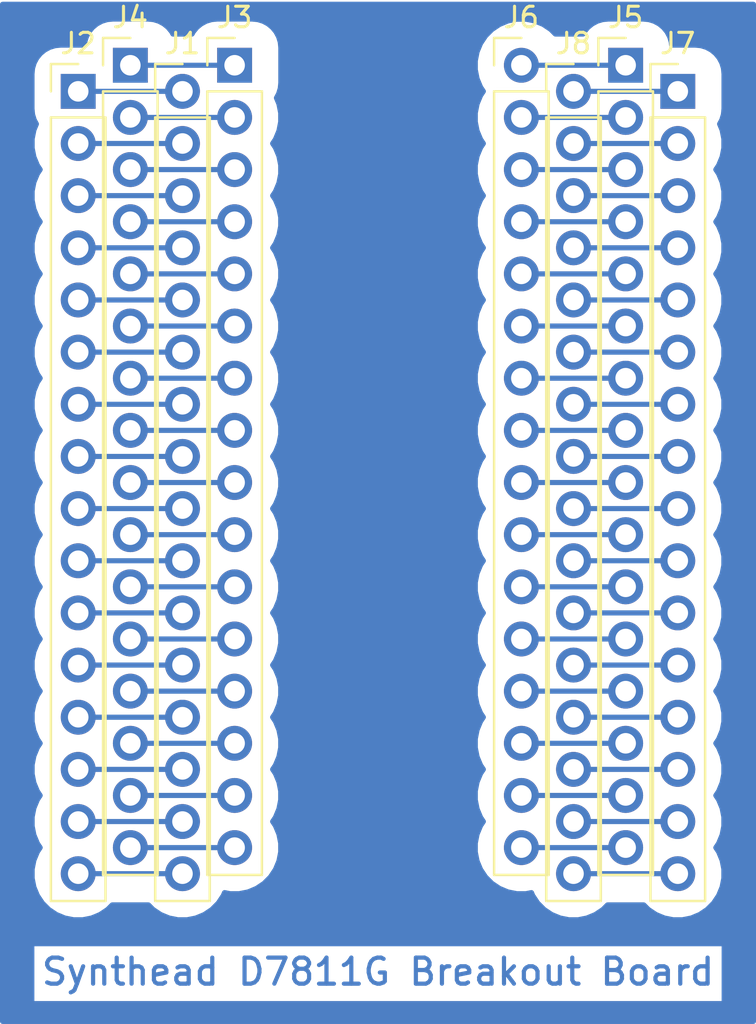
<source format=kicad_pcb>
(kicad_pcb (version 20171130) (host pcbnew 5.1.7)

  (general
    (thickness 1.6)
    (drawings 1)
    (tracks 64)
    (zones 0)
    (modules 8)
    (nets 65)
  )

  (page A4)
  (layers
    (0 F.Cu signal)
    (31 B.Cu signal)
    (32 B.Adhes user)
    (33 F.Adhes user)
    (34 B.Paste user)
    (35 F.Paste user)
    (36 B.SilkS user)
    (37 F.SilkS user)
    (38 B.Mask user)
    (39 F.Mask user)
    (40 Dwgs.User user)
    (41 Cmts.User user)
    (42 Eco1.User user)
    (43 Eco2.User user)
    (44 Edge.Cuts user)
    (45 Margin user)
    (46 B.CrtYd user)
    (47 F.CrtYd user)
    (48 B.Fab user)
    (49 F.Fab user hide)
  )

  (setup
    (last_trace_width 0.25)
    (trace_clearance 0.2)
    (zone_clearance 0.2794)
    (zone_45_only no)
    (trace_min 0.2)
    (via_size 0.8)
    (via_drill 0.3048)
    (via_min_size 0.4)
    (via_min_drill 0.3)
    (uvia_size 0.3)
    (uvia_drill 0.1)
    (uvias_allowed no)
    (uvia_min_size 0.2)
    (uvia_min_drill 0.1)
    (edge_width 0.05)
    (segment_width 0.2)
    (pcb_text_width 0.3)
    (pcb_text_size 1.5 1.5)
    (mod_edge_width 0.12)
    (mod_text_size 1 1)
    (mod_text_width 0.15)
    (pad_size 1.7 1.7)
    (pad_drill 1)
    (pad_to_mask_clearance 0)
    (aux_axis_origin 0 0)
    (visible_elements FFFFFF7F)
    (pcbplotparams
      (layerselection 0x010fc_ffffffff)
      (usegerberextensions false)
      (usegerberattributes true)
      (usegerberadvancedattributes true)
      (creategerberjobfile true)
      (excludeedgelayer true)
      (linewidth 0.100000)
      (plotframeref false)
      (viasonmask false)
      (mode 1)
      (useauxorigin false)
      (hpglpennumber 1)
      (hpglpenspeed 20)
      (hpglpendiameter 15.000000)
      (psnegative false)
      (psa4output false)
      (plotreference true)
      (plotvalue true)
      (plotinvisibletext false)
      (padsonsilk false)
      (subtractmaskfromsilk false)
      (outputformat 1)
      (mirror false)
      (drillshape 1)
      (scaleselection 1)
      (outputdirectory ""))
  )

  (net 0 "")
  (net 1 "Net-(J1-Pad1)")
  (net 2 "Net-(J1-Pad2)")
  (net 3 "Net-(J1-Pad3)")
  (net 4 "Net-(J1-Pad4)")
  (net 5 "Net-(J1-Pad5)")
  (net 6 "Net-(J1-Pad6)")
  (net 7 "Net-(J1-Pad7)")
  (net 8 "Net-(J1-Pad8)")
  (net 9 "Net-(J1-Pad9)")
  (net 10 "Net-(J1-Pad10)")
  (net 11 "Net-(J1-Pad11)")
  (net 12 "Net-(J1-Pad12)")
  (net 13 "Net-(J1-Pad13)")
  (net 14 "Net-(J1-Pad14)")
  (net 15 "Net-(J1-Pad15)")
  (net 16 "Net-(J1-Pad16)")
  (net 17 "Net-(J3-Pad1)")
  (net 18 "Net-(J3-Pad2)")
  (net 19 "Net-(J3-Pad3)")
  (net 20 "Net-(J3-Pad4)")
  (net 21 "Net-(J3-Pad5)")
  (net 22 "Net-(J3-Pad6)")
  (net 23 "Net-(J3-Pad7)")
  (net 24 "Net-(J3-Pad8)")
  (net 25 "Net-(J3-Pad9)")
  (net 26 "Net-(J3-Pad10)")
  (net 27 "Net-(J3-Pad11)")
  (net 28 "Net-(J3-Pad12)")
  (net 29 "Net-(J3-Pad13)")
  (net 30 "Net-(J3-Pad14)")
  (net 31 "Net-(J3-Pad15)")
  (net 32 "Net-(J3-Pad16)")
  (net 33 "Net-(J5-Pad1)")
  (net 34 "Net-(J5-Pad2)")
  (net 35 "Net-(J5-Pad3)")
  (net 36 "Net-(J5-Pad4)")
  (net 37 "Net-(J5-Pad5)")
  (net 38 "Net-(J5-Pad6)")
  (net 39 "Net-(J5-Pad7)")
  (net 40 "Net-(J5-Pad8)")
  (net 41 "Net-(J5-Pad9)")
  (net 42 "Net-(J5-Pad10)")
  (net 43 "Net-(J5-Pad11)")
  (net 44 "Net-(J5-Pad12)")
  (net 45 "Net-(J5-Pad13)")
  (net 46 "Net-(J5-Pad14)")
  (net 47 "Net-(J5-Pad15)")
  (net 48 "Net-(J5-Pad16)")
  (net 49 "Net-(J7-Pad1)")
  (net 50 "Net-(J7-Pad2)")
  (net 51 "Net-(J7-Pad3)")
  (net 52 "Net-(J7-Pad4)")
  (net 53 "Net-(J7-Pad5)")
  (net 54 "Net-(J7-Pad6)")
  (net 55 "Net-(J7-Pad7)")
  (net 56 "Net-(J7-Pad8)")
  (net 57 "Net-(J7-Pad9)")
  (net 58 "Net-(J7-Pad10)")
  (net 59 "Net-(J7-Pad11)")
  (net 60 "Net-(J7-Pad12)")
  (net 61 "Net-(J7-Pad13)")
  (net 62 "Net-(J7-Pad14)")
  (net 63 "Net-(J7-Pad15)")
  (net 64 "Net-(J7-Pad16)")

  (net_class Default "This is the default net class."
    (clearance 0.2)
    (trace_width 0.25)
    (via_dia 0.8)
    (via_drill 0.3048)
    (uvia_dia 0.3)
    (uvia_drill 0.1)
    (add_net "Net-(J1-Pad1)")
    (add_net "Net-(J1-Pad10)")
    (add_net "Net-(J1-Pad11)")
    (add_net "Net-(J1-Pad12)")
    (add_net "Net-(J1-Pad13)")
    (add_net "Net-(J1-Pad14)")
    (add_net "Net-(J1-Pad15)")
    (add_net "Net-(J1-Pad16)")
    (add_net "Net-(J1-Pad2)")
    (add_net "Net-(J1-Pad3)")
    (add_net "Net-(J1-Pad4)")
    (add_net "Net-(J1-Pad5)")
    (add_net "Net-(J1-Pad6)")
    (add_net "Net-(J1-Pad7)")
    (add_net "Net-(J1-Pad8)")
    (add_net "Net-(J1-Pad9)")
    (add_net "Net-(J3-Pad1)")
    (add_net "Net-(J3-Pad10)")
    (add_net "Net-(J3-Pad11)")
    (add_net "Net-(J3-Pad12)")
    (add_net "Net-(J3-Pad13)")
    (add_net "Net-(J3-Pad14)")
    (add_net "Net-(J3-Pad15)")
    (add_net "Net-(J3-Pad16)")
    (add_net "Net-(J3-Pad2)")
    (add_net "Net-(J3-Pad3)")
    (add_net "Net-(J3-Pad4)")
    (add_net "Net-(J3-Pad5)")
    (add_net "Net-(J3-Pad6)")
    (add_net "Net-(J3-Pad7)")
    (add_net "Net-(J3-Pad8)")
    (add_net "Net-(J3-Pad9)")
    (add_net "Net-(J5-Pad1)")
    (add_net "Net-(J5-Pad10)")
    (add_net "Net-(J5-Pad11)")
    (add_net "Net-(J5-Pad12)")
    (add_net "Net-(J5-Pad13)")
    (add_net "Net-(J5-Pad14)")
    (add_net "Net-(J5-Pad15)")
    (add_net "Net-(J5-Pad16)")
    (add_net "Net-(J5-Pad2)")
    (add_net "Net-(J5-Pad3)")
    (add_net "Net-(J5-Pad4)")
    (add_net "Net-(J5-Pad5)")
    (add_net "Net-(J5-Pad6)")
    (add_net "Net-(J5-Pad7)")
    (add_net "Net-(J5-Pad8)")
    (add_net "Net-(J5-Pad9)")
    (add_net "Net-(J7-Pad1)")
    (add_net "Net-(J7-Pad10)")
    (add_net "Net-(J7-Pad11)")
    (add_net "Net-(J7-Pad12)")
    (add_net "Net-(J7-Pad13)")
    (add_net "Net-(J7-Pad14)")
    (add_net "Net-(J7-Pad15)")
    (add_net "Net-(J7-Pad16)")
    (add_net "Net-(J7-Pad2)")
    (add_net "Net-(J7-Pad3)")
    (add_net "Net-(J7-Pad4)")
    (add_net "Net-(J7-Pad5)")
    (add_net "Net-(J7-Pad6)")
    (add_net "Net-(J7-Pad7)")
    (add_net "Net-(J7-Pad8)")
    (add_net "Net-(J7-Pad9)")
  )

  (module Connector_PinHeader_2.54mm:PinHeader_1x16_P2.54mm_Vertical (layer F.Cu) (tedit 5F8BAD26) (tstamp 5F8C42F0)
    (at 101.6 62.785)
    (descr "Through hole straight pin header, 1x16, 2.54mm pitch, single row")
    (tags "Through hole pin header THT 1x16 2.54mm single row")
    (path /5F9AE7F4)
    (fp_text reference J1 (at 0 -2.33) (layer F.SilkS)
      (effects (font (size 1 1) (thickness 0.15)))
    )
    (fp_text value Conn_01x16_Male (at 0 40.43) (layer F.Fab)
      (effects (font (size 1 1) (thickness 0.15)))
    )
    (fp_line (start -0.635 -1.27) (end 1.27 -1.27) (layer F.Fab) (width 0.1))
    (fp_line (start 1.27 -1.27) (end 1.27 39.37) (layer F.Fab) (width 0.1))
    (fp_line (start 1.27 39.37) (end -1.27 39.37) (layer F.Fab) (width 0.1))
    (fp_line (start -1.27 39.37) (end -1.27 -0.635) (layer F.Fab) (width 0.1))
    (fp_line (start -1.27 -0.635) (end -0.635 -1.27) (layer F.Fab) (width 0.1))
    (fp_line (start -1.33 39.43) (end 1.33 39.43) (layer F.SilkS) (width 0.12))
    (fp_line (start -1.33 1.27) (end -1.33 39.43) (layer F.SilkS) (width 0.12))
    (fp_line (start 1.33 1.27) (end 1.33 39.43) (layer F.SilkS) (width 0.12))
    (fp_line (start -1.33 1.27) (end 1.33 1.27) (layer F.SilkS) (width 0.12))
    (fp_line (start -1.33 0) (end -1.33 -1.33) (layer F.SilkS) (width 0.12))
    (fp_line (start -1.33 -1.33) (end 0 -1.33) (layer F.SilkS) (width 0.12))
    (fp_line (start -1.8 -1.8) (end -1.8 39.9) (layer F.CrtYd) (width 0.05))
    (fp_line (start -1.8 39.9) (end 1.8 39.9) (layer F.CrtYd) (width 0.05))
    (fp_line (start 1.8 39.9) (end 1.8 -1.8) (layer F.CrtYd) (width 0.05))
    (fp_line (start 1.8 -1.8) (end -1.8 -1.8) (layer F.CrtYd) (width 0.05))
    (fp_text user %R (at 0 19.05 90) (layer F.Fab)
      (effects (font (size 1 1) (thickness 0.15)))
    )
    (pad 1 thru_hole oval (at 0 0) (size 1.7 1.7) (drill 1) (layers *.Cu *.Mask)
      (net 1 "Net-(J1-Pad1)"))
    (pad 2 thru_hole oval (at 0 2.54) (size 1.7 1.7) (drill 1) (layers *.Cu *.Mask)
      (net 2 "Net-(J1-Pad2)"))
    (pad 3 thru_hole oval (at 0 5.08) (size 1.7 1.7) (drill 1) (layers *.Cu *.Mask)
      (net 3 "Net-(J1-Pad3)"))
    (pad 4 thru_hole oval (at 0 7.62) (size 1.7 1.7) (drill 1) (layers *.Cu *.Mask)
      (net 4 "Net-(J1-Pad4)"))
    (pad 5 thru_hole oval (at 0 10.16) (size 1.7 1.7) (drill 1) (layers *.Cu *.Mask)
      (net 5 "Net-(J1-Pad5)"))
    (pad 6 thru_hole oval (at 0 12.7) (size 1.7 1.7) (drill 1) (layers *.Cu *.Mask)
      (net 6 "Net-(J1-Pad6)"))
    (pad 7 thru_hole oval (at 0 15.24) (size 1.7 1.7) (drill 1) (layers *.Cu *.Mask)
      (net 7 "Net-(J1-Pad7)"))
    (pad 8 thru_hole oval (at 0 17.78) (size 1.7 1.7) (drill 1) (layers *.Cu *.Mask)
      (net 8 "Net-(J1-Pad8)"))
    (pad 9 thru_hole oval (at 0 20.32) (size 1.7 1.7) (drill 1) (layers *.Cu *.Mask)
      (net 9 "Net-(J1-Pad9)"))
    (pad 10 thru_hole oval (at 0 22.86) (size 1.7 1.7) (drill 1) (layers *.Cu *.Mask)
      (net 10 "Net-(J1-Pad10)"))
    (pad 11 thru_hole oval (at 0 25.4) (size 1.7 1.7) (drill 1) (layers *.Cu *.Mask)
      (net 11 "Net-(J1-Pad11)"))
    (pad 12 thru_hole oval (at 0 27.94) (size 1.7 1.7) (drill 1) (layers *.Cu *.Mask)
      (net 12 "Net-(J1-Pad12)"))
    (pad 13 thru_hole oval (at 0 30.48) (size 1.7 1.7) (drill 1) (layers *.Cu *.Mask)
      (net 13 "Net-(J1-Pad13)"))
    (pad 14 thru_hole oval (at 0 33.02) (size 1.7 1.7) (drill 1) (layers *.Cu *.Mask)
      (net 14 "Net-(J1-Pad14)"))
    (pad 15 thru_hole oval (at 0 35.56) (size 1.7 1.7) (drill 1) (layers *.Cu *.Mask)
      (net 15 "Net-(J1-Pad15)"))
    (pad 16 thru_hole oval (at 0 38.1) (size 1.7 1.7) (drill 1) (layers *.Cu *.Mask)
      (net 16 "Net-(J1-Pad16)"))
    (model ${KISYS3DMOD}/Connector_PinHeader_2.54mm.3dshapes/PinHeader_1x16_P2.54mm_Vertical.wrl
      (at (xyz 0 0 0))
      (scale (xyz 1 1 1))
      (rotate (xyz 0 0 0))
    )
  )

  (module Connector_PinHeader_2.54mm:PinHeader_1x16_P2.54mm_Vertical (layer F.Cu) (tedit 59FED5CC) (tstamp 5F8C4314)
    (at 96.52 62.785)
    (descr "Through hole straight pin header, 1x16, 2.54mm pitch, single row")
    (tags "Through hole pin header THT 1x16 2.54mm single row")
    (path /5F9AF95C)
    (fp_text reference J2 (at 0 -2.33) (layer F.SilkS)
      (effects (font (size 1 1) (thickness 0.15)))
    )
    (fp_text value Conn_01x16_Female (at 0 40.43) (layer F.Fab)
      (effects (font (size 1 1) (thickness 0.15)))
    )
    (fp_line (start 1.8 -1.8) (end -1.8 -1.8) (layer F.CrtYd) (width 0.05))
    (fp_line (start 1.8 39.9) (end 1.8 -1.8) (layer F.CrtYd) (width 0.05))
    (fp_line (start -1.8 39.9) (end 1.8 39.9) (layer F.CrtYd) (width 0.05))
    (fp_line (start -1.8 -1.8) (end -1.8 39.9) (layer F.CrtYd) (width 0.05))
    (fp_line (start -1.33 -1.33) (end 0 -1.33) (layer F.SilkS) (width 0.12))
    (fp_line (start -1.33 0) (end -1.33 -1.33) (layer F.SilkS) (width 0.12))
    (fp_line (start -1.33 1.27) (end 1.33 1.27) (layer F.SilkS) (width 0.12))
    (fp_line (start 1.33 1.27) (end 1.33 39.43) (layer F.SilkS) (width 0.12))
    (fp_line (start -1.33 1.27) (end -1.33 39.43) (layer F.SilkS) (width 0.12))
    (fp_line (start -1.33 39.43) (end 1.33 39.43) (layer F.SilkS) (width 0.12))
    (fp_line (start -1.27 -0.635) (end -0.635 -1.27) (layer F.Fab) (width 0.1))
    (fp_line (start -1.27 39.37) (end -1.27 -0.635) (layer F.Fab) (width 0.1))
    (fp_line (start 1.27 39.37) (end -1.27 39.37) (layer F.Fab) (width 0.1))
    (fp_line (start 1.27 -1.27) (end 1.27 39.37) (layer F.Fab) (width 0.1))
    (fp_line (start -0.635 -1.27) (end 1.27 -1.27) (layer F.Fab) (width 0.1))
    (fp_text user %R (at 0 19.05 90) (layer F.Fab)
      (effects (font (size 1 1) (thickness 0.15)))
    )
    (pad 16 thru_hole oval (at 0 38.1) (size 1.7 1.7) (drill 1) (layers *.Cu *.Mask)
      (net 16 "Net-(J1-Pad16)"))
    (pad 15 thru_hole oval (at 0 35.56) (size 1.7 1.7) (drill 1) (layers *.Cu *.Mask)
      (net 15 "Net-(J1-Pad15)"))
    (pad 14 thru_hole oval (at 0 33.02) (size 1.7 1.7) (drill 1) (layers *.Cu *.Mask)
      (net 14 "Net-(J1-Pad14)"))
    (pad 13 thru_hole oval (at 0 30.48) (size 1.7 1.7) (drill 1) (layers *.Cu *.Mask)
      (net 13 "Net-(J1-Pad13)"))
    (pad 12 thru_hole oval (at 0 27.94) (size 1.7 1.7) (drill 1) (layers *.Cu *.Mask)
      (net 12 "Net-(J1-Pad12)"))
    (pad 11 thru_hole oval (at 0 25.4) (size 1.7 1.7) (drill 1) (layers *.Cu *.Mask)
      (net 11 "Net-(J1-Pad11)"))
    (pad 10 thru_hole oval (at 0 22.86) (size 1.7 1.7) (drill 1) (layers *.Cu *.Mask)
      (net 10 "Net-(J1-Pad10)"))
    (pad 9 thru_hole oval (at 0 20.32) (size 1.7 1.7) (drill 1) (layers *.Cu *.Mask)
      (net 9 "Net-(J1-Pad9)"))
    (pad 8 thru_hole oval (at 0 17.78) (size 1.7 1.7) (drill 1) (layers *.Cu *.Mask)
      (net 8 "Net-(J1-Pad8)"))
    (pad 7 thru_hole oval (at 0 15.24) (size 1.7 1.7) (drill 1) (layers *.Cu *.Mask)
      (net 7 "Net-(J1-Pad7)"))
    (pad 6 thru_hole oval (at 0 12.7) (size 1.7 1.7) (drill 1) (layers *.Cu *.Mask)
      (net 6 "Net-(J1-Pad6)"))
    (pad 5 thru_hole oval (at 0 10.16) (size 1.7 1.7) (drill 1) (layers *.Cu *.Mask)
      (net 5 "Net-(J1-Pad5)"))
    (pad 4 thru_hole oval (at 0 7.62) (size 1.7 1.7) (drill 1) (layers *.Cu *.Mask)
      (net 4 "Net-(J1-Pad4)"))
    (pad 3 thru_hole oval (at 0 5.08) (size 1.7 1.7) (drill 1) (layers *.Cu *.Mask)
      (net 3 "Net-(J1-Pad3)"))
    (pad 2 thru_hole oval (at 0 2.54) (size 1.7 1.7) (drill 1) (layers *.Cu *.Mask)
      (net 2 "Net-(J1-Pad2)"))
    (pad 1 thru_hole rect (at 0 0) (size 1.7 1.7) (drill 1) (layers *.Cu *.Mask)
      (net 1 "Net-(J1-Pad1)"))
    (model ${KISYS3DMOD}/Connector_PinHeader_2.54mm.3dshapes/PinHeader_1x16_P2.54mm_Vertical.wrl
      (at (xyz 0 0 0))
      (scale (xyz 1 1 1))
      (rotate (xyz 0 0 0))
    )
  )

  (module Connector_PinHeader_2.54mm:PinHeader_1x16_P2.54mm_Vertical (layer F.Cu) (tedit 59FED5CC) (tstamp 5F8C4338)
    (at 104.14 61.515)
    (descr "Through hole straight pin header, 1x16, 2.54mm pitch, single row")
    (tags "Through hole pin header THT 1x16 2.54mm single row")
    (path /5F9B5376)
    (fp_text reference J3 (at 0 -2.33) (layer F.SilkS)
      (effects (font (size 1 1) (thickness 0.15)))
    )
    (fp_text value Conn_01x16_Male (at 0 40.43) (layer F.Fab)
      (effects (font (size 1 1) (thickness 0.15)))
    )
    (fp_line (start -0.635 -1.27) (end 1.27 -1.27) (layer F.Fab) (width 0.1))
    (fp_line (start 1.27 -1.27) (end 1.27 39.37) (layer F.Fab) (width 0.1))
    (fp_line (start 1.27 39.37) (end -1.27 39.37) (layer F.Fab) (width 0.1))
    (fp_line (start -1.27 39.37) (end -1.27 -0.635) (layer F.Fab) (width 0.1))
    (fp_line (start -1.27 -0.635) (end -0.635 -1.27) (layer F.Fab) (width 0.1))
    (fp_line (start -1.33 39.43) (end 1.33 39.43) (layer F.SilkS) (width 0.12))
    (fp_line (start -1.33 1.27) (end -1.33 39.43) (layer F.SilkS) (width 0.12))
    (fp_line (start 1.33 1.27) (end 1.33 39.43) (layer F.SilkS) (width 0.12))
    (fp_line (start -1.33 1.27) (end 1.33 1.27) (layer F.SilkS) (width 0.12))
    (fp_line (start -1.33 0) (end -1.33 -1.33) (layer F.SilkS) (width 0.12))
    (fp_line (start -1.33 -1.33) (end 0 -1.33) (layer F.SilkS) (width 0.12))
    (fp_line (start -1.8 -1.8) (end -1.8 39.9) (layer F.CrtYd) (width 0.05))
    (fp_line (start -1.8 39.9) (end 1.8 39.9) (layer F.CrtYd) (width 0.05))
    (fp_line (start 1.8 39.9) (end 1.8 -1.8) (layer F.CrtYd) (width 0.05))
    (fp_line (start 1.8 -1.8) (end -1.8 -1.8) (layer F.CrtYd) (width 0.05))
    (fp_text user %R (at 0 19.05 90) (layer F.Fab)
      (effects (font (size 1 1) (thickness 0.15)))
    )
    (pad 1 thru_hole rect (at 0 0) (size 1.7 1.7) (drill 1) (layers *.Cu *.Mask)
      (net 17 "Net-(J3-Pad1)"))
    (pad 2 thru_hole oval (at 0 2.54) (size 1.7 1.7) (drill 1) (layers *.Cu *.Mask)
      (net 18 "Net-(J3-Pad2)"))
    (pad 3 thru_hole oval (at 0 5.08) (size 1.7 1.7) (drill 1) (layers *.Cu *.Mask)
      (net 19 "Net-(J3-Pad3)"))
    (pad 4 thru_hole oval (at 0 7.62) (size 1.7 1.7) (drill 1) (layers *.Cu *.Mask)
      (net 20 "Net-(J3-Pad4)"))
    (pad 5 thru_hole oval (at 0 10.16) (size 1.7 1.7) (drill 1) (layers *.Cu *.Mask)
      (net 21 "Net-(J3-Pad5)"))
    (pad 6 thru_hole oval (at 0 12.7) (size 1.7 1.7) (drill 1) (layers *.Cu *.Mask)
      (net 22 "Net-(J3-Pad6)"))
    (pad 7 thru_hole oval (at 0 15.24) (size 1.7 1.7) (drill 1) (layers *.Cu *.Mask)
      (net 23 "Net-(J3-Pad7)"))
    (pad 8 thru_hole oval (at 0 17.78) (size 1.7 1.7) (drill 1) (layers *.Cu *.Mask)
      (net 24 "Net-(J3-Pad8)"))
    (pad 9 thru_hole oval (at 0 20.32) (size 1.7 1.7) (drill 1) (layers *.Cu *.Mask)
      (net 25 "Net-(J3-Pad9)"))
    (pad 10 thru_hole oval (at 0 22.86) (size 1.7 1.7) (drill 1) (layers *.Cu *.Mask)
      (net 26 "Net-(J3-Pad10)"))
    (pad 11 thru_hole oval (at 0 25.4) (size 1.7 1.7) (drill 1) (layers *.Cu *.Mask)
      (net 27 "Net-(J3-Pad11)"))
    (pad 12 thru_hole oval (at 0 27.94) (size 1.7 1.7) (drill 1) (layers *.Cu *.Mask)
      (net 28 "Net-(J3-Pad12)"))
    (pad 13 thru_hole oval (at 0 30.48) (size 1.7 1.7) (drill 1) (layers *.Cu *.Mask)
      (net 29 "Net-(J3-Pad13)"))
    (pad 14 thru_hole oval (at 0 33.02) (size 1.7 1.7) (drill 1) (layers *.Cu *.Mask)
      (net 30 "Net-(J3-Pad14)"))
    (pad 15 thru_hole oval (at 0 35.56) (size 1.7 1.7) (drill 1) (layers *.Cu *.Mask)
      (net 31 "Net-(J3-Pad15)"))
    (pad 16 thru_hole oval (at 0 38.1) (size 1.7 1.7) (drill 1) (layers *.Cu *.Mask)
      (net 32 "Net-(J3-Pad16)"))
    (model ${KISYS3DMOD}/Connector_PinHeader_2.54mm.3dshapes/PinHeader_1x16_P2.54mm_Vertical.wrl
      (at (xyz 0 0 0))
      (scale (xyz 1 1 1))
      (rotate (xyz 0 0 0))
    )
  )

  (module Connector_PinHeader_2.54mm:PinHeader_1x16_P2.54mm_Vertical (layer F.Cu) (tedit 59FED5CC) (tstamp 5F8C435C)
    (at 99.06 61.515)
    (descr "Through hole straight pin header, 1x16, 2.54mm pitch, single row")
    (tags "Through hole pin header THT 1x16 2.54mm single row")
    (path /5F9B5380)
    (fp_text reference J4 (at 0 -2.33) (layer F.SilkS)
      (effects (font (size 1 1) (thickness 0.15)))
    )
    (fp_text value Conn_01x16_Female (at 0 40.43) (layer F.Fab)
      (effects (font (size 1 1) (thickness 0.15)))
    )
    (fp_line (start 1.8 -1.8) (end -1.8 -1.8) (layer F.CrtYd) (width 0.05))
    (fp_line (start 1.8 39.9) (end 1.8 -1.8) (layer F.CrtYd) (width 0.05))
    (fp_line (start -1.8 39.9) (end 1.8 39.9) (layer F.CrtYd) (width 0.05))
    (fp_line (start -1.8 -1.8) (end -1.8 39.9) (layer F.CrtYd) (width 0.05))
    (fp_line (start -1.33 -1.33) (end 0 -1.33) (layer F.SilkS) (width 0.12))
    (fp_line (start -1.33 0) (end -1.33 -1.33) (layer F.SilkS) (width 0.12))
    (fp_line (start -1.33 1.27) (end 1.33 1.27) (layer F.SilkS) (width 0.12))
    (fp_line (start 1.33 1.27) (end 1.33 39.43) (layer F.SilkS) (width 0.12))
    (fp_line (start -1.33 1.27) (end -1.33 39.43) (layer F.SilkS) (width 0.12))
    (fp_line (start -1.33 39.43) (end 1.33 39.43) (layer F.SilkS) (width 0.12))
    (fp_line (start -1.27 -0.635) (end -0.635 -1.27) (layer F.Fab) (width 0.1))
    (fp_line (start -1.27 39.37) (end -1.27 -0.635) (layer F.Fab) (width 0.1))
    (fp_line (start 1.27 39.37) (end -1.27 39.37) (layer F.Fab) (width 0.1))
    (fp_line (start 1.27 -1.27) (end 1.27 39.37) (layer F.Fab) (width 0.1))
    (fp_line (start -0.635 -1.27) (end 1.27 -1.27) (layer F.Fab) (width 0.1))
    (fp_text user %R (at 0 19.05 90) (layer F.Fab)
      (effects (font (size 1 1) (thickness 0.15)))
    )
    (pad 16 thru_hole oval (at 0 38.1) (size 1.7 1.7) (drill 1) (layers *.Cu *.Mask)
      (net 32 "Net-(J3-Pad16)"))
    (pad 15 thru_hole oval (at 0 35.56) (size 1.7 1.7) (drill 1) (layers *.Cu *.Mask)
      (net 31 "Net-(J3-Pad15)"))
    (pad 14 thru_hole oval (at 0 33.02) (size 1.7 1.7) (drill 1) (layers *.Cu *.Mask)
      (net 30 "Net-(J3-Pad14)"))
    (pad 13 thru_hole oval (at 0 30.48) (size 1.7 1.7) (drill 1) (layers *.Cu *.Mask)
      (net 29 "Net-(J3-Pad13)"))
    (pad 12 thru_hole oval (at 0 27.94) (size 1.7 1.7) (drill 1) (layers *.Cu *.Mask)
      (net 28 "Net-(J3-Pad12)"))
    (pad 11 thru_hole oval (at 0 25.4) (size 1.7 1.7) (drill 1) (layers *.Cu *.Mask)
      (net 27 "Net-(J3-Pad11)"))
    (pad 10 thru_hole oval (at 0 22.86) (size 1.7 1.7) (drill 1) (layers *.Cu *.Mask)
      (net 26 "Net-(J3-Pad10)"))
    (pad 9 thru_hole oval (at 0 20.32) (size 1.7 1.7) (drill 1) (layers *.Cu *.Mask)
      (net 25 "Net-(J3-Pad9)"))
    (pad 8 thru_hole oval (at 0 17.78) (size 1.7 1.7) (drill 1) (layers *.Cu *.Mask)
      (net 24 "Net-(J3-Pad8)"))
    (pad 7 thru_hole oval (at 0 15.24) (size 1.7 1.7) (drill 1) (layers *.Cu *.Mask)
      (net 23 "Net-(J3-Pad7)"))
    (pad 6 thru_hole oval (at 0 12.7) (size 1.7 1.7) (drill 1) (layers *.Cu *.Mask)
      (net 22 "Net-(J3-Pad6)"))
    (pad 5 thru_hole oval (at 0 10.16) (size 1.7 1.7) (drill 1) (layers *.Cu *.Mask)
      (net 21 "Net-(J3-Pad5)"))
    (pad 4 thru_hole oval (at 0 7.62) (size 1.7 1.7) (drill 1) (layers *.Cu *.Mask)
      (net 20 "Net-(J3-Pad4)"))
    (pad 3 thru_hole oval (at 0 5.08) (size 1.7 1.7) (drill 1) (layers *.Cu *.Mask)
      (net 19 "Net-(J3-Pad3)"))
    (pad 2 thru_hole oval (at 0 2.54) (size 1.7 1.7) (drill 1) (layers *.Cu *.Mask)
      (net 18 "Net-(J3-Pad2)"))
    (pad 1 thru_hole rect (at 0 0) (size 1.7 1.7) (drill 1) (layers *.Cu *.Mask)
      (net 17 "Net-(J3-Pad1)"))
    (model ${KISYS3DMOD}/Connector_PinHeader_2.54mm.3dshapes/PinHeader_1x16_P2.54mm_Vertical.wrl
      (at (xyz 0 0 0))
      (scale (xyz 1 1 1))
      (rotate (xyz 0 0 0))
    )
  )

  (module Connector_PinHeader_2.54mm:PinHeader_1x16_P2.54mm_Vertical (layer F.Cu) (tedit 59FED5CC) (tstamp 5F8C4380)
    (at 123.19 61.515)
    (descr "Through hole straight pin header, 1x16, 2.54mm pitch, single row")
    (tags "Through hole pin header THT 1x16 2.54mm single row")
    (path /5F9B7EB0)
    (fp_text reference J5 (at 0 -2.33) (layer F.SilkS)
      (effects (font (size 1 1) (thickness 0.15)))
    )
    (fp_text value Conn_01x16_Male (at 0 40.43) (layer F.Fab)
      (effects (font (size 1 1) (thickness 0.15)))
    )
    (fp_line (start -0.635 -1.27) (end 1.27 -1.27) (layer F.Fab) (width 0.1))
    (fp_line (start 1.27 -1.27) (end 1.27 39.37) (layer F.Fab) (width 0.1))
    (fp_line (start 1.27 39.37) (end -1.27 39.37) (layer F.Fab) (width 0.1))
    (fp_line (start -1.27 39.37) (end -1.27 -0.635) (layer F.Fab) (width 0.1))
    (fp_line (start -1.27 -0.635) (end -0.635 -1.27) (layer F.Fab) (width 0.1))
    (fp_line (start -1.33 39.43) (end 1.33 39.43) (layer F.SilkS) (width 0.12))
    (fp_line (start -1.33 1.27) (end -1.33 39.43) (layer F.SilkS) (width 0.12))
    (fp_line (start 1.33 1.27) (end 1.33 39.43) (layer F.SilkS) (width 0.12))
    (fp_line (start -1.33 1.27) (end 1.33 1.27) (layer F.SilkS) (width 0.12))
    (fp_line (start -1.33 0) (end -1.33 -1.33) (layer F.SilkS) (width 0.12))
    (fp_line (start -1.33 -1.33) (end 0 -1.33) (layer F.SilkS) (width 0.12))
    (fp_line (start -1.8 -1.8) (end -1.8 39.9) (layer F.CrtYd) (width 0.05))
    (fp_line (start -1.8 39.9) (end 1.8 39.9) (layer F.CrtYd) (width 0.05))
    (fp_line (start 1.8 39.9) (end 1.8 -1.8) (layer F.CrtYd) (width 0.05))
    (fp_line (start 1.8 -1.8) (end -1.8 -1.8) (layer F.CrtYd) (width 0.05))
    (fp_text user %R (at 0 19.05 90) (layer F.Fab)
      (effects (font (size 1 1) (thickness 0.15)))
    )
    (pad 1 thru_hole rect (at 0 0) (size 1.7 1.7) (drill 1) (layers *.Cu *.Mask)
      (net 33 "Net-(J5-Pad1)"))
    (pad 2 thru_hole oval (at 0 2.54) (size 1.7 1.7) (drill 1) (layers *.Cu *.Mask)
      (net 34 "Net-(J5-Pad2)"))
    (pad 3 thru_hole oval (at 0 5.08) (size 1.7 1.7) (drill 1) (layers *.Cu *.Mask)
      (net 35 "Net-(J5-Pad3)"))
    (pad 4 thru_hole oval (at 0 7.62) (size 1.7 1.7) (drill 1) (layers *.Cu *.Mask)
      (net 36 "Net-(J5-Pad4)"))
    (pad 5 thru_hole oval (at 0 10.16) (size 1.7 1.7) (drill 1) (layers *.Cu *.Mask)
      (net 37 "Net-(J5-Pad5)"))
    (pad 6 thru_hole oval (at 0 12.7) (size 1.7 1.7) (drill 1) (layers *.Cu *.Mask)
      (net 38 "Net-(J5-Pad6)"))
    (pad 7 thru_hole oval (at 0 15.24) (size 1.7 1.7) (drill 1) (layers *.Cu *.Mask)
      (net 39 "Net-(J5-Pad7)"))
    (pad 8 thru_hole oval (at 0 17.78) (size 1.7 1.7) (drill 1) (layers *.Cu *.Mask)
      (net 40 "Net-(J5-Pad8)"))
    (pad 9 thru_hole oval (at 0 20.32) (size 1.7 1.7) (drill 1) (layers *.Cu *.Mask)
      (net 41 "Net-(J5-Pad9)"))
    (pad 10 thru_hole oval (at 0 22.86) (size 1.7 1.7) (drill 1) (layers *.Cu *.Mask)
      (net 42 "Net-(J5-Pad10)"))
    (pad 11 thru_hole oval (at 0 25.4) (size 1.7 1.7) (drill 1) (layers *.Cu *.Mask)
      (net 43 "Net-(J5-Pad11)"))
    (pad 12 thru_hole oval (at 0 27.94) (size 1.7 1.7) (drill 1) (layers *.Cu *.Mask)
      (net 44 "Net-(J5-Pad12)"))
    (pad 13 thru_hole oval (at 0 30.48) (size 1.7 1.7) (drill 1) (layers *.Cu *.Mask)
      (net 45 "Net-(J5-Pad13)"))
    (pad 14 thru_hole oval (at 0 33.02) (size 1.7 1.7) (drill 1) (layers *.Cu *.Mask)
      (net 46 "Net-(J5-Pad14)"))
    (pad 15 thru_hole oval (at 0 35.56) (size 1.7 1.7) (drill 1) (layers *.Cu *.Mask)
      (net 47 "Net-(J5-Pad15)"))
    (pad 16 thru_hole oval (at 0 38.1) (size 1.7 1.7) (drill 1) (layers *.Cu *.Mask)
      (net 48 "Net-(J5-Pad16)"))
    (model ${KISYS3DMOD}/Connector_PinHeader_2.54mm.3dshapes/PinHeader_1x16_P2.54mm_Vertical.wrl
      (at (xyz 0 0 0))
      (scale (xyz 1 1 1))
      (rotate (xyz 0 0 0))
    )
  )

  (module Connector_PinHeader_2.54mm:PinHeader_1x16_P2.54mm_Vertical (layer F.Cu) (tedit 5F8BAD2E) (tstamp 5F8C43A4)
    (at 118.11 61.515)
    (descr "Through hole straight pin header, 1x16, 2.54mm pitch, single row")
    (tags "Through hole pin header THT 1x16 2.54mm single row")
    (path /5F9B7F20)
    (fp_text reference J6 (at 0 -2.33) (layer F.SilkS)
      (effects (font (size 1 1) (thickness 0.15)))
    )
    (fp_text value Conn_01x16_Female (at 0 40.43) (layer F.Fab)
      (effects (font (size 1 1) (thickness 0.15)))
    )
    (fp_line (start 1.8 -1.8) (end -1.8 -1.8) (layer F.CrtYd) (width 0.05))
    (fp_line (start 1.8 39.9) (end 1.8 -1.8) (layer F.CrtYd) (width 0.05))
    (fp_line (start -1.8 39.9) (end 1.8 39.9) (layer F.CrtYd) (width 0.05))
    (fp_line (start -1.8 -1.8) (end -1.8 39.9) (layer F.CrtYd) (width 0.05))
    (fp_line (start -1.33 -1.33) (end 0 -1.33) (layer F.SilkS) (width 0.12))
    (fp_line (start -1.33 0) (end -1.33 -1.33) (layer F.SilkS) (width 0.12))
    (fp_line (start -1.33 1.27) (end 1.33 1.27) (layer F.SilkS) (width 0.12))
    (fp_line (start 1.33 1.27) (end 1.33 39.43) (layer F.SilkS) (width 0.12))
    (fp_line (start -1.33 1.27) (end -1.33 39.43) (layer F.SilkS) (width 0.12))
    (fp_line (start -1.33 39.43) (end 1.33 39.43) (layer F.SilkS) (width 0.12))
    (fp_line (start -1.27 -0.635) (end -0.635 -1.27) (layer F.Fab) (width 0.1))
    (fp_line (start -1.27 39.37) (end -1.27 -0.635) (layer F.Fab) (width 0.1))
    (fp_line (start 1.27 39.37) (end -1.27 39.37) (layer F.Fab) (width 0.1))
    (fp_line (start 1.27 -1.27) (end 1.27 39.37) (layer F.Fab) (width 0.1))
    (fp_line (start -0.635 -1.27) (end 1.27 -1.27) (layer F.Fab) (width 0.1))
    (fp_text user %R (at 0 19.05 90) (layer F.Fab)
      (effects (font (size 1 1) (thickness 0.15)))
    )
    (pad 16 thru_hole oval (at 0 38.1) (size 1.7 1.7) (drill 1) (layers *.Cu *.Mask)
      (net 48 "Net-(J5-Pad16)"))
    (pad 15 thru_hole oval (at 0 35.56) (size 1.7 1.7) (drill 1) (layers *.Cu *.Mask)
      (net 47 "Net-(J5-Pad15)"))
    (pad 14 thru_hole oval (at 0 33.02) (size 1.7 1.7) (drill 1) (layers *.Cu *.Mask)
      (net 46 "Net-(J5-Pad14)"))
    (pad 13 thru_hole oval (at 0 30.48) (size 1.7 1.7) (drill 1) (layers *.Cu *.Mask)
      (net 45 "Net-(J5-Pad13)"))
    (pad 12 thru_hole oval (at 0 27.94) (size 1.7 1.7) (drill 1) (layers *.Cu *.Mask)
      (net 44 "Net-(J5-Pad12)"))
    (pad 11 thru_hole oval (at 0 25.4) (size 1.7 1.7) (drill 1) (layers *.Cu *.Mask)
      (net 43 "Net-(J5-Pad11)"))
    (pad 10 thru_hole oval (at 0 22.86) (size 1.7 1.7) (drill 1) (layers *.Cu *.Mask)
      (net 42 "Net-(J5-Pad10)"))
    (pad 9 thru_hole oval (at 0 20.32) (size 1.7 1.7) (drill 1) (layers *.Cu *.Mask)
      (net 41 "Net-(J5-Pad9)"))
    (pad 8 thru_hole oval (at 0 17.78) (size 1.7 1.7) (drill 1) (layers *.Cu *.Mask)
      (net 40 "Net-(J5-Pad8)"))
    (pad 7 thru_hole oval (at 0 15.24) (size 1.7 1.7) (drill 1) (layers *.Cu *.Mask)
      (net 39 "Net-(J5-Pad7)"))
    (pad 6 thru_hole oval (at 0 12.7) (size 1.7 1.7) (drill 1) (layers *.Cu *.Mask)
      (net 38 "Net-(J5-Pad6)"))
    (pad 5 thru_hole oval (at 0 10.16) (size 1.7 1.7) (drill 1) (layers *.Cu *.Mask)
      (net 37 "Net-(J5-Pad5)"))
    (pad 4 thru_hole oval (at 0 7.62) (size 1.7 1.7) (drill 1) (layers *.Cu *.Mask)
      (net 36 "Net-(J5-Pad4)"))
    (pad 3 thru_hole oval (at 0 5.08) (size 1.7 1.7) (drill 1) (layers *.Cu *.Mask)
      (net 35 "Net-(J5-Pad3)"))
    (pad 2 thru_hole oval (at 0 2.54) (size 1.7 1.7) (drill 1) (layers *.Cu *.Mask)
      (net 34 "Net-(J5-Pad2)"))
    (pad 1 thru_hole oval (at 0 0) (size 1.7 1.7) (drill 1) (layers *.Cu *.Mask)
      (net 33 "Net-(J5-Pad1)"))
    (model ${KISYS3DMOD}/Connector_PinHeader_2.54mm.3dshapes/PinHeader_1x16_P2.54mm_Vertical.wrl
      (at (xyz 0 0 0))
      (scale (xyz 1 1 1))
      (rotate (xyz 0 0 0))
    )
  )

  (module Connector_PinHeader_2.54mm:PinHeader_1x16_P2.54mm_Vertical (layer F.Cu) (tedit 59FED5CC) (tstamp 5F8C49B4)
    (at 125.73 62.785)
    (descr "Through hole straight pin header, 1x16, 2.54mm pitch, single row")
    (tags "Through hole pin header THT 1x16 2.54mm single row")
    (path /5F9B7F2A)
    (fp_text reference J7 (at 0 -2.33) (layer F.SilkS)
      (effects (font (size 1 1) (thickness 0.15)))
    )
    (fp_text value Conn_01x16_Male (at 0 40.43) (layer F.Fab)
      (effects (font (size 1 1) (thickness 0.15)))
    )
    (fp_line (start -0.635 -1.27) (end 1.27 -1.27) (layer F.Fab) (width 0.1))
    (fp_line (start 1.27 -1.27) (end 1.27 39.37) (layer F.Fab) (width 0.1))
    (fp_line (start 1.27 39.37) (end -1.27 39.37) (layer F.Fab) (width 0.1))
    (fp_line (start -1.27 39.37) (end -1.27 -0.635) (layer F.Fab) (width 0.1))
    (fp_line (start -1.27 -0.635) (end -0.635 -1.27) (layer F.Fab) (width 0.1))
    (fp_line (start -1.33 39.43) (end 1.33 39.43) (layer F.SilkS) (width 0.12))
    (fp_line (start -1.33 1.27) (end -1.33 39.43) (layer F.SilkS) (width 0.12))
    (fp_line (start 1.33 1.27) (end 1.33 39.43) (layer F.SilkS) (width 0.12))
    (fp_line (start -1.33 1.27) (end 1.33 1.27) (layer F.SilkS) (width 0.12))
    (fp_line (start -1.33 0) (end -1.33 -1.33) (layer F.SilkS) (width 0.12))
    (fp_line (start -1.33 -1.33) (end 0 -1.33) (layer F.SilkS) (width 0.12))
    (fp_line (start -1.8 -1.8) (end -1.8 39.9) (layer F.CrtYd) (width 0.05))
    (fp_line (start -1.8 39.9) (end 1.8 39.9) (layer F.CrtYd) (width 0.05))
    (fp_line (start 1.8 39.9) (end 1.8 -1.8) (layer F.CrtYd) (width 0.05))
    (fp_line (start 1.8 -1.8) (end -1.8 -1.8) (layer F.CrtYd) (width 0.05))
    (fp_text user %R (at 0 19.05 90) (layer F.Fab)
      (effects (font (size 1 1) (thickness 0.15)))
    )
    (pad 1 thru_hole rect (at 0 0) (size 1.7 1.7) (drill 1) (layers *.Cu *.Mask)
      (net 49 "Net-(J7-Pad1)"))
    (pad 2 thru_hole oval (at 0 2.54) (size 1.7 1.7) (drill 1) (layers *.Cu *.Mask)
      (net 50 "Net-(J7-Pad2)"))
    (pad 3 thru_hole oval (at 0 5.08) (size 1.7 1.7) (drill 1) (layers *.Cu *.Mask)
      (net 51 "Net-(J7-Pad3)"))
    (pad 4 thru_hole oval (at 0 7.62) (size 1.7 1.7) (drill 1) (layers *.Cu *.Mask)
      (net 52 "Net-(J7-Pad4)"))
    (pad 5 thru_hole oval (at 0 10.16) (size 1.7 1.7) (drill 1) (layers *.Cu *.Mask)
      (net 53 "Net-(J7-Pad5)"))
    (pad 6 thru_hole oval (at 0 12.7) (size 1.7 1.7) (drill 1) (layers *.Cu *.Mask)
      (net 54 "Net-(J7-Pad6)"))
    (pad 7 thru_hole oval (at 0 15.24) (size 1.7 1.7) (drill 1) (layers *.Cu *.Mask)
      (net 55 "Net-(J7-Pad7)"))
    (pad 8 thru_hole oval (at 0 17.78) (size 1.7 1.7) (drill 1) (layers *.Cu *.Mask)
      (net 56 "Net-(J7-Pad8)"))
    (pad 9 thru_hole oval (at 0 20.32) (size 1.7 1.7) (drill 1) (layers *.Cu *.Mask)
      (net 57 "Net-(J7-Pad9)"))
    (pad 10 thru_hole oval (at 0 22.86) (size 1.7 1.7) (drill 1) (layers *.Cu *.Mask)
      (net 58 "Net-(J7-Pad10)"))
    (pad 11 thru_hole oval (at 0 25.4) (size 1.7 1.7) (drill 1) (layers *.Cu *.Mask)
      (net 59 "Net-(J7-Pad11)"))
    (pad 12 thru_hole oval (at 0 27.94) (size 1.7 1.7) (drill 1) (layers *.Cu *.Mask)
      (net 60 "Net-(J7-Pad12)"))
    (pad 13 thru_hole oval (at 0 30.48) (size 1.7 1.7) (drill 1) (layers *.Cu *.Mask)
      (net 61 "Net-(J7-Pad13)"))
    (pad 14 thru_hole oval (at 0 33.02) (size 1.7 1.7) (drill 1) (layers *.Cu *.Mask)
      (net 62 "Net-(J7-Pad14)"))
    (pad 15 thru_hole oval (at 0 35.56) (size 1.7 1.7) (drill 1) (layers *.Cu *.Mask)
      (net 63 "Net-(J7-Pad15)"))
    (pad 16 thru_hole oval (at 0 38.1) (size 1.7 1.7) (drill 1) (layers *.Cu *.Mask)
      (net 64 "Net-(J7-Pad16)"))
    (model ${KISYS3DMOD}/Connector_PinHeader_2.54mm.3dshapes/PinHeader_1x16_P2.54mm_Vertical.wrl
      (at (xyz 0 0 0))
      (scale (xyz 1 1 1))
      (rotate (xyz 0 0 0))
    )
  )

  (module Connector_PinHeader_2.54mm:PinHeader_1x16_P2.54mm_Vertical (layer F.Cu) (tedit 5F8BAD38) (tstamp 5F8C43EC)
    (at 120.65 62.785)
    (descr "Through hole straight pin header, 1x16, 2.54mm pitch, single row")
    (tags "Through hole pin header THT 1x16 2.54mm single row")
    (path /5F9B7F34)
    (fp_text reference J8 (at 0 -2.33) (layer F.SilkS)
      (effects (font (size 1 1) (thickness 0.15)))
    )
    (fp_text value Conn_01x16_Female (at 0 40.43) (layer F.Fab)
      (effects (font (size 1 1) (thickness 0.15)))
    )
    (fp_line (start 1.8 -1.8) (end -1.8 -1.8) (layer F.CrtYd) (width 0.05))
    (fp_line (start 1.8 39.9) (end 1.8 -1.8) (layer F.CrtYd) (width 0.05))
    (fp_line (start -1.8 39.9) (end 1.8 39.9) (layer F.CrtYd) (width 0.05))
    (fp_line (start -1.8 -1.8) (end -1.8 39.9) (layer F.CrtYd) (width 0.05))
    (fp_line (start -1.33 -1.33) (end 0 -1.33) (layer F.SilkS) (width 0.12))
    (fp_line (start -1.33 0) (end -1.33 -1.33) (layer F.SilkS) (width 0.12))
    (fp_line (start -1.33 1.27) (end 1.33 1.27) (layer F.SilkS) (width 0.12))
    (fp_line (start 1.33 1.27) (end 1.33 39.43) (layer F.SilkS) (width 0.12))
    (fp_line (start -1.33 1.27) (end -1.33 39.43) (layer F.SilkS) (width 0.12))
    (fp_line (start -1.33 39.43) (end 1.33 39.43) (layer F.SilkS) (width 0.12))
    (fp_line (start -1.27 -0.635) (end -0.635 -1.27) (layer F.Fab) (width 0.1))
    (fp_line (start -1.27 39.37) (end -1.27 -0.635) (layer F.Fab) (width 0.1))
    (fp_line (start 1.27 39.37) (end -1.27 39.37) (layer F.Fab) (width 0.1))
    (fp_line (start 1.27 -1.27) (end 1.27 39.37) (layer F.Fab) (width 0.1))
    (fp_line (start -0.635 -1.27) (end 1.27 -1.27) (layer F.Fab) (width 0.1))
    (fp_text user %R (at 0 19.05 90) (layer F.Fab)
      (effects (font (size 1 1) (thickness 0.15)))
    )
    (pad 16 thru_hole oval (at 0 38.1) (size 1.7 1.7) (drill 1) (layers *.Cu *.Mask)
      (net 64 "Net-(J7-Pad16)"))
    (pad 15 thru_hole oval (at 0 35.56) (size 1.7 1.7) (drill 1) (layers *.Cu *.Mask)
      (net 63 "Net-(J7-Pad15)"))
    (pad 14 thru_hole oval (at 0 33.02) (size 1.7 1.7) (drill 1) (layers *.Cu *.Mask)
      (net 62 "Net-(J7-Pad14)"))
    (pad 13 thru_hole oval (at 0 30.48) (size 1.7 1.7) (drill 1) (layers *.Cu *.Mask)
      (net 61 "Net-(J7-Pad13)"))
    (pad 12 thru_hole oval (at 0 27.94) (size 1.7 1.7) (drill 1) (layers *.Cu *.Mask)
      (net 60 "Net-(J7-Pad12)"))
    (pad 11 thru_hole oval (at 0 25.4) (size 1.7 1.7) (drill 1) (layers *.Cu *.Mask)
      (net 59 "Net-(J7-Pad11)"))
    (pad 10 thru_hole oval (at 0 22.86) (size 1.7 1.7) (drill 1) (layers *.Cu *.Mask)
      (net 58 "Net-(J7-Pad10)"))
    (pad 9 thru_hole oval (at 0 20.32) (size 1.7 1.7) (drill 1) (layers *.Cu *.Mask)
      (net 57 "Net-(J7-Pad9)"))
    (pad 8 thru_hole oval (at 0 17.78) (size 1.7 1.7) (drill 1) (layers *.Cu *.Mask)
      (net 56 "Net-(J7-Pad8)"))
    (pad 7 thru_hole oval (at 0 15.24) (size 1.7 1.7) (drill 1) (layers *.Cu *.Mask)
      (net 55 "Net-(J7-Pad7)"))
    (pad 6 thru_hole oval (at 0 12.7) (size 1.7 1.7) (drill 1) (layers *.Cu *.Mask)
      (net 54 "Net-(J7-Pad6)"))
    (pad 5 thru_hole oval (at 0 10.16) (size 1.7 1.7) (drill 1) (layers *.Cu *.Mask)
      (net 53 "Net-(J7-Pad5)"))
    (pad 4 thru_hole oval (at 0 7.62) (size 1.7 1.7) (drill 1) (layers *.Cu *.Mask)
      (net 52 "Net-(J7-Pad4)"))
    (pad 3 thru_hole oval (at 0 5.08) (size 1.7 1.7) (drill 1) (layers *.Cu *.Mask)
      (net 51 "Net-(J7-Pad3)"))
    (pad 2 thru_hole oval (at 0 2.54) (size 1.7 1.7) (drill 1) (layers *.Cu *.Mask)
      (net 50 "Net-(J7-Pad2)"))
    (pad 1 thru_hole oval (at 0 0) (size 1.7 1.7) (drill 1) (layers *.Cu *.Mask)
      (net 49 "Net-(J7-Pad1)"))
    (model ${KISYS3DMOD}/Connector_PinHeader_2.54mm.3dshapes/PinHeader_1x16_P2.54mm_Vertical.wrl
      (at (xyz 0 0 0))
      (scale (xyz 1 1 1))
      (rotate (xyz 0 0 0))
    )
  )

  (gr_text "Synthead D7811G Breakout Board" (at 111.125 105.664) (layer B.Cu) (tstamp 5F9609D3)
    (effects (font (size 1.27 1.27) (thickness 0.2032)))
  )

  (segment (start 96.52 62.785) (end 101.6 62.785) (width 0.25) (layer B.Cu) (net 1))
  (segment (start 96.52 65.325) (end 101.6 65.325) (width 0.25) (layer B.Cu) (net 2))
  (segment (start 96.52 67.865) (end 101.6 67.865) (width 0.25) (layer B.Cu) (net 3))
  (segment (start 96.52 70.405) (end 101.6 70.405) (width 0.25) (layer B.Cu) (net 4))
  (segment (start 96.52 72.945) (end 101.6 72.945) (width 0.25) (layer B.Cu) (net 5))
  (segment (start 96.52 75.485) (end 101.6 75.485) (width 0.25) (layer B.Cu) (net 6))
  (segment (start 96.52 78.025) (end 101.6 78.025) (width 0.25) (layer B.Cu) (net 7))
  (segment (start 96.52 80.565) (end 101.6 80.565) (width 0.25) (layer B.Cu) (net 8))
  (segment (start 96.52 83.105) (end 101.6 83.105) (width 0.25) (layer B.Cu) (net 9))
  (segment (start 96.52 85.645) (end 101.6 85.645) (width 0.25) (layer B.Cu) (net 10))
  (segment (start 96.52 88.185) (end 101.6 88.185) (width 0.25) (layer B.Cu) (net 11))
  (segment (start 96.52 90.725) (end 101.6 90.725) (width 0.25) (layer B.Cu) (net 12))
  (segment (start 96.52 93.265) (end 101.6 93.265) (width 0.25) (layer B.Cu) (net 13))
  (segment (start 96.52 95.805) (end 101.6 95.805) (width 0.25) (layer B.Cu) (net 14))
  (segment (start 96.52 98.345) (end 101.6 98.345) (width 0.25) (layer B.Cu) (net 15))
  (segment (start 96.52 100.885) (end 101.6 100.885) (width 0.25) (layer B.Cu) (net 16))
  (segment (start 99.06 61.515) (end 104.14 61.515) (width 0.25) (layer B.Cu) (net 17))
  (segment (start 99.06 64.055) (end 104.14 64.055) (width 0.25) (layer B.Cu) (net 18))
  (segment (start 99.06 66.595) (end 104.14 66.595) (width 0.25) (layer B.Cu) (net 19))
  (segment (start 99.06 69.135) (end 104.14 69.135) (width 0.25) (layer B.Cu) (net 20))
  (segment (start 99.06 71.675) (end 104.14 71.675) (width 0.25) (layer B.Cu) (net 21))
  (segment (start 99.06 74.215) (end 104.14 74.215) (width 0.25) (layer B.Cu) (net 22))
  (segment (start 99.06 76.755) (end 104.14 76.755) (width 0.25) (layer B.Cu) (net 23))
  (segment (start 99.06 79.295) (end 104.14 79.295) (width 0.25) (layer B.Cu) (net 24))
  (segment (start 99.06 81.835) (end 104.14 81.835) (width 0.25) (layer B.Cu) (net 25))
  (segment (start 99.06 84.375) (end 104.14 84.375) (width 0.25) (layer B.Cu) (net 26))
  (segment (start 99.06 86.915) (end 104.14 86.915) (width 0.25) (layer B.Cu) (net 27))
  (segment (start 99.06 89.455) (end 104.14 89.455) (width 0.25) (layer B.Cu) (net 28))
  (segment (start 99.06 91.995) (end 104.14 91.995) (width 0.25) (layer B.Cu) (net 29))
  (segment (start 99.06 94.535) (end 104.14 94.535) (width 0.25) (layer B.Cu) (net 30))
  (segment (start 99.06 97.075) (end 104.14 97.075) (width 0.25) (layer B.Cu) (net 31))
  (segment (start 99.06 99.615) (end 104.14 99.615) (width 0.25) (layer B.Cu) (net 32))
  (segment (start 118.11 61.515) (end 123.19 61.515) (width 0.25) (layer B.Cu) (net 33))
  (segment (start 118.11 64.055) (end 123.19 64.055) (width 0.25) (layer B.Cu) (net 34))
  (segment (start 118.11 66.595) (end 123.19 66.595) (width 0.25) (layer B.Cu) (net 35))
  (segment (start 118.11 69.135) (end 123.19 69.135) (width 0.25) (layer B.Cu) (net 36))
  (segment (start 118.11 71.675) (end 123.19 71.675) (width 0.25) (layer B.Cu) (net 37))
  (segment (start 118.11 74.215) (end 123.19 74.215) (width 0.25) (layer B.Cu) (net 38))
  (segment (start 118.11 76.755) (end 123.19 76.755) (width 0.25) (layer B.Cu) (net 39))
  (segment (start 118.11 79.295) (end 123.19 79.295) (width 0.25) (layer B.Cu) (net 40))
  (segment (start 118.11 81.835) (end 123.19 81.835) (width 0.25) (layer B.Cu) (net 41))
  (segment (start 118.11 84.375) (end 123.19 84.375) (width 0.25) (layer B.Cu) (net 42))
  (segment (start 118.11 86.915) (end 123.19 86.915) (width 0.25) (layer B.Cu) (net 43))
  (segment (start 118.11 89.455) (end 123.19 89.455) (width 0.25) (layer B.Cu) (net 44))
  (segment (start 118.11 91.995) (end 123.19 91.995) (width 0.25) (layer B.Cu) (net 45))
  (segment (start 118.11 94.535) (end 123.19 94.535) (width 0.25) (layer B.Cu) (net 46))
  (segment (start 118.11 97.075) (end 123.19 97.075) (width 0.25) (layer B.Cu) (net 47))
  (segment (start 118.11 99.615) (end 123.19 99.615) (width 0.25) (layer B.Cu) (net 48))
  (segment (start 120.65 62.785) (end 125.73 62.785) (width 0.25) (layer B.Cu) (net 49))
  (segment (start 120.65 65.325) (end 125.73 65.325) (width 0.25) (layer B.Cu) (net 50))
  (segment (start 120.65 67.865) (end 125.73 67.865) (width 0.25) (layer B.Cu) (net 51))
  (segment (start 120.65 70.405) (end 125.73 70.405) (width 0.25) (layer B.Cu) (net 52))
  (segment (start 120.65 72.945) (end 125.73 72.945) (width 0.25) (layer B.Cu) (net 53))
  (segment (start 120.65 75.485) (end 125.73 75.485) (width 0.25) (layer B.Cu) (net 54))
  (segment (start 120.65 78.025) (end 125.73 78.025) (width 0.25) (layer B.Cu) (net 55))
  (segment (start 120.65 80.565) (end 125.73 80.565) (width 0.25) (layer B.Cu) (net 56))
  (segment (start 120.65 83.105) (end 125.73 83.105) (width 0.25) (layer B.Cu) (net 57))
  (segment (start 120.65 85.645) (end 125.73 85.645) (width 0.25) (layer B.Cu) (net 58))
  (segment (start 120.65 88.185) (end 125.73 88.185) (width 0.25) (layer B.Cu) (net 59))
  (segment (start 120.65 90.725) (end 125.73 90.725) (width 0.25) (layer B.Cu) (net 60))
  (segment (start 120.65 93.265) (end 125.73 93.265) (width 0.25) (layer B.Cu) (net 61))
  (segment (start 120.65 95.805) (end 125.73 95.805) (width 0.25) (layer B.Cu) (net 62))
  (segment (start 120.65 98.345) (end 125.73 98.345) (width 0.25) (layer B.Cu) (net 63))
  (segment (start 120.65 100.885) (end 125.73 100.885) (width 0.25) (layer B.Cu) (net 64))

  (zone (net 0) (net_name "") (layer B.Cu) (tstamp 5F960383) (hatch edge 0.508)
    (connect_pads (clearance 1.27))
    (min_thickness 0.254)
    (fill yes (arc_segments 32) (thermal_gap 0.508) (thermal_bridge_width 0.508))
    (polygon
      (pts
        (xy 129.54 104.14) (xy 92.71 104.14) (xy 92.71 58.42) (xy 129.54 58.42)
      )
    )
    (filled_polygon
      (pts
        (xy 129.413 104.013) (xy 92.837 104.013) (xy 92.837 61.935) (xy 94.266241 61.935) (xy 94.266241 63.635)
        (xy 94.293214 63.90886) (xy 94.373096 64.172195) (xy 94.481424 64.374864) (xy 94.359351 64.669574) (xy 94.273 65.10369)
        (xy 94.273 65.54631) (xy 94.359351 65.980426) (xy 94.528735 66.389353) (xy 94.666143 66.595) (xy 94.528735 66.800647)
        (xy 94.359351 67.209574) (xy 94.273 67.64369) (xy 94.273 68.08631) (xy 94.359351 68.520426) (xy 94.528735 68.929353)
        (xy 94.666143 69.135) (xy 94.528735 69.340647) (xy 94.359351 69.749574) (xy 94.273 70.18369) (xy 94.273 70.62631)
        (xy 94.359351 71.060426) (xy 94.528735 71.469353) (xy 94.666143 71.675) (xy 94.528735 71.880647) (xy 94.359351 72.289574)
        (xy 94.273 72.72369) (xy 94.273 73.16631) (xy 94.359351 73.600426) (xy 94.528735 74.009353) (xy 94.666143 74.215)
        (xy 94.528735 74.420647) (xy 94.359351 74.829574) (xy 94.273 75.26369) (xy 94.273 75.70631) (xy 94.359351 76.140426)
        (xy 94.528735 76.549353) (xy 94.666143 76.755) (xy 94.528735 76.960647) (xy 94.359351 77.369574) (xy 94.273 77.80369)
        (xy 94.273 78.24631) (xy 94.359351 78.680426) (xy 94.528735 79.089353) (xy 94.666143 79.295) (xy 94.528735 79.500647)
        (xy 94.359351 79.909574) (xy 94.273 80.34369) (xy 94.273 80.78631) (xy 94.359351 81.220426) (xy 94.528735 81.629353)
        (xy 94.666143 81.835) (xy 94.528735 82.040647) (xy 94.359351 82.449574) (xy 94.273 82.88369) (xy 94.273 83.32631)
        (xy 94.359351 83.760426) (xy 94.528735 84.169353) (xy 94.666143 84.375) (xy 94.528735 84.580647) (xy 94.359351 84.989574)
        (xy 94.273 85.42369) (xy 94.273 85.86631) (xy 94.359351 86.300426) (xy 94.528735 86.709353) (xy 94.666143 86.915)
        (xy 94.528735 87.120647) (xy 94.359351 87.529574) (xy 94.273 87.96369) (xy 94.273 88.40631) (xy 94.359351 88.840426)
        (xy 94.528735 89.249353) (xy 94.666143 89.455) (xy 94.528735 89.660647) (xy 94.359351 90.069574) (xy 94.273 90.50369)
        (xy 94.273 90.94631) (xy 94.359351 91.380426) (xy 94.528735 91.789353) (xy 94.666143 91.995) (xy 94.528735 92.200647)
        (xy 94.359351 92.609574) (xy 94.273 93.04369) (xy 94.273 93.48631) (xy 94.359351 93.920426) (xy 94.528735 94.329353)
        (xy 94.666143 94.535) (xy 94.528735 94.740647) (xy 94.359351 95.149574) (xy 94.273 95.58369) (xy 94.273 96.02631)
        (xy 94.359351 96.460426) (xy 94.528735 96.869353) (xy 94.666143 97.075) (xy 94.528735 97.280647) (xy 94.359351 97.689574)
        (xy 94.273 98.12369) (xy 94.273 98.56631) (xy 94.359351 99.000426) (xy 94.528735 99.409353) (xy 94.666143 99.615)
        (xy 94.528735 99.820647) (xy 94.359351 100.229574) (xy 94.273 100.66369) (xy 94.273 101.10631) (xy 94.359351 101.540426)
        (xy 94.528735 101.949353) (xy 94.774641 102.317379) (xy 95.087621 102.630359) (xy 95.455647 102.876265) (xy 95.864574 103.045649)
        (xy 96.29869 103.132) (xy 96.74131 103.132) (xy 97.175426 103.045649) (xy 97.584353 102.876265) (xy 97.952379 102.630359)
        (xy 98.175738 102.407) (xy 99.944262 102.407) (xy 100.167621 102.630359) (xy 100.535647 102.876265) (xy 100.944574 103.045649)
        (xy 101.37869 103.132) (xy 101.82131 103.132) (xy 102.255426 103.045649) (xy 102.664353 102.876265) (xy 103.032379 102.630359)
        (xy 103.345359 102.317379) (xy 103.591265 101.949353) (xy 103.649618 101.808478) (xy 103.91869 101.862) (xy 104.36131 101.862)
        (xy 104.795426 101.775649) (xy 105.204353 101.606265) (xy 105.572379 101.360359) (xy 105.885359 101.047379) (xy 106.131265 100.679353)
        (xy 106.300649 100.270426) (xy 106.387 99.83631) (xy 106.387 99.39369) (xy 106.300649 98.959574) (xy 106.131265 98.550647)
        (xy 105.993857 98.345) (xy 106.131265 98.139353) (xy 106.300649 97.730426) (xy 106.387 97.29631) (xy 106.387 96.85369)
        (xy 106.300649 96.419574) (xy 106.131265 96.010647) (xy 105.993857 95.805) (xy 106.131265 95.599353) (xy 106.300649 95.190426)
        (xy 106.387 94.75631) (xy 106.387 94.31369) (xy 106.300649 93.879574) (xy 106.131265 93.470647) (xy 105.993857 93.265)
        (xy 106.131265 93.059353) (xy 106.300649 92.650426) (xy 106.387 92.21631) (xy 106.387 91.77369) (xy 106.300649 91.339574)
        (xy 106.131265 90.930647) (xy 105.993857 90.725) (xy 106.131265 90.519353) (xy 106.300649 90.110426) (xy 106.387 89.67631)
        (xy 106.387 89.23369) (xy 106.300649 88.799574) (xy 106.131265 88.390647) (xy 105.993857 88.185) (xy 106.131265 87.979353)
        (xy 106.300649 87.570426) (xy 106.387 87.13631) (xy 106.387 86.69369) (xy 106.300649 86.259574) (xy 106.131265 85.850647)
        (xy 105.993857 85.645) (xy 106.131265 85.439353) (xy 106.300649 85.030426) (xy 106.387 84.59631) (xy 106.387 84.15369)
        (xy 106.300649 83.719574) (xy 106.131265 83.310647) (xy 105.993857 83.105) (xy 106.131265 82.899353) (xy 106.300649 82.490426)
        (xy 106.387 82.05631) (xy 106.387 81.61369) (xy 106.300649 81.179574) (xy 106.131265 80.770647) (xy 105.993857 80.565)
        (xy 106.131265 80.359353) (xy 106.300649 79.950426) (xy 106.387 79.51631) (xy 106.387 79.07369) (xy 106.300649 78.639574)
        (xy 106.131265 78.230647) (xy 105.993857 78.025) (xy 106.131265 77.819353) (xy 106.300649 77.410426) (xy 106.387 76.97631)
        (xy 106.387 76.53369) (xy 106.300649 76.099574) (xy 106.131265 75.690647) (xy 105.993857 75.485) (xy 106.131265 75.279353)
        (xy 106.300649 74.870426) (xy 106.387 74.43631) (xy 106.387 73.99369) (xy 106.300649 73.559574) (xy 106.131265 73.150647)
        (xy 105.993857 72.945) (xy 106.131265 72.739353) (xy 106.300649 72.330426) (xy 106.387 71.89631) (xy 106.387 71.45369)
        (xy 106.300649 71.019574) (xy 106.131265 70.610647) (xy 105.993857 70.405) (xy 106.131265 70.199353) (xy 106.300649 69.790426)
        (xy 106.387 69.35631) (xy 106.387 68.91369) (xy 106.300649 68.479574) (xy 106.131265 68.070647) (xy 105.993857 67.865)
        (xy 106.131265 67.659353) (xy 106.300649 67.250426) (xy 106.387 66.81631) (xy 106.387 66.37369) (xy 106.300649 65.939574)
        (xy 106.131265 65.530647) (xy 105.993857 65.325) (xy 106.131265 65.119353) (xy 106.300649 64.710426) (xy 106.387 64.27631)
        (xy 106.387 63.83369) (xy 106.300649 63.399574) (xy 106.178576 63.104864) (xy 106.286904 62.902195) (xy 106.366786 62.63886)
        (xy 106.393759 62.365) (xy 106.393759 61.29369) (xy 115.863 61.29369) (xy 115.863 61.73631) (xy 115.949351 62.170426)
        (xy 116.118735 62.579353) (xy 116.256143 62.785) (xy 116.118735 62.990647) (xy 115.949351 63.399574) (xy 115.863 63.83369)
        (xy 115.863 64.27631) (xy 115.949351 64.710426) (xy 116.118735 65.119353) (xy 116.256143 65.325) (xy 116.118735 65.530647)
        (xy 115.949351 65.939574) (xy 115.863 66.37369) (xy 115.863 66.81631) (xy 115.949351 67.250426) (xy 116.118735 67.659353)
        (xy 116.256143 67.865) (xy 116.118735 68.070647) (xy 115.949351 68.479574) (xy 115.863 68.91369) (xy 115.863 69.35631)
        (xy 115.949351 69.790426) (xy 116.118735 70.199353) (xy 116.256143 70.405) (xy 116.118735 70.610647) (xy 115.949351 71.019574)
        (xy 115.863 71.45369) (xy 115.863 71.89631) (xy 115.949351 72.330426) (xy 116.118735 72.739353) (xy 116.256143 72.945)
        (xy 116.118735 73.150647) (xy 115.949351 73.559574) (xy 115.863 73.99369) (xy 115.863 74.43631) (xy 115.949351 74.870426)
        (xy 116.118735 75.279353) (xy 116.256143 75.485) (xy 116.118735 75.690647) (xy 115.949351 76.099574) (xy 115.863 76.53369)
        (xy 115.863 76.97631) (xy 115.949351 77.410426) (xy 116.118735 77.819353) (xy 116.256143 78.025) (xy 116.118735 78.230647)
        (xy 115.949351 78.639574) (xy 115.863 79.07369) (xy 115.863 79.51631) (xy 115.949351 79.950426) (xy 116.118735 80.359353)
        (xy 116.256143 80.565) (xy 116.118735 80.770647) (xy 115.949351 81.179574) (xy 115.863 81.61369) (xy 115.863 82.05631)
        (xy 115.949351 82.490426) (xy 116.118735 82.899353) (xy 116.256143 83.105) (xy 116.118735 83.310647) (xy 115.949351 83.719574)
        (xy 115.863 84.15369) (xy 115.863 84.59631) (xy 115.949351 85.030426) (xy 116.118735 85.439353) (xy 116.256143 85.645)
        (xy 116.118735 85.850647) (xy 115.949351 86.259574) (xy 115.863 86.69369) (xy 115.863 87.13631) (xy 115.949351 87.570426)
        (xy 116.118735 87.979353) (xy 116.256143 88.185) (xy 116.118735 88.390647) (xy 115.949351 88.799574) (xy 115.863 89.23369)
        (xy 115.863 89.67631) (xy 115.949351 90.110426) (xy 116.118735 90.519353) (xy 116.256143 90.725) (xy 116.118735 90.930647)
        (xy 115.949351 91.339574) (xy 115.863 91.77369) (xy 115.863 92.21631) (xy 115.949351 92.650426) (xy 116.118735 93.059353)
        (xy 116.256143 93.265) (xy 116.118735 93.470647) (xy 115.949351 93.879574) (xy 115.863 94.31369) (xy 115.863 94.75631)
        (xy 115.949351 95.190426) (xy 116.118735 95.599353) (xy 116.256143 95.805) (xy 116.118735 96.010647) (xy 115.949351 96.419574)
        (xy 115.863 96.85369) (xy 115.863 97.29631) (xy 115.949351 97.730426) (xy 116.118735 98.139353) (xy 116.256143 98.345)
        (xy 116.118735 98.550647) (xy 115.949351 98.959574) (xy 115.863 99.39369) (xy 115.863 99.83631) (xy 115.949351 100.270426)
        (xy 116.118735 100.679353) (xy 116.364641 101.047379) (xy 116.677621 101.360359) (xy 117.045647 101.606265) (xy 117.454574 101.775649)
        (xy 117.88869 101.862) (xy 118.33131 101.862) (xy 118.600382 101.808478) (xy 118.658735 101.949353) (xy 118.904641 102.317379)
        (xy 119.217621 102.630359) (xy 119.585647 102.876265) (xy 119.994574 103.045649) (xy 120.42869 103.132) (xy 120.87131 103.132)
        (xy 121.305426 103.045649) (xy 121.714353 102.876265) (xy 122.082379 102.630359) (xy 122.305738 102.407) (xy 124.074262 102.407)
        (xy 124.297621 102.630359) (xy 124.665647 102.876265) (xy 125.074574 103.045649) (xy 125.50869 103.132) (xy 125.95131 103.132)
        (xy 126.385426 103.045649) (xy 126.794353 102.876265) (xy 127.162379 102.630359) (xy 127.475359 102.317379) (xy 127.721265 101.949353)
        (xy 127.890649 101.540426) (xy 127.977 101.10631) (xy 127.977 100.66369) (xy 127.890649 100.229574) (xy 127.721265 99.820647)
        (xy 127.583857 99.615) (xy 127.721265 99.409353) (xy 127.890649 99.000426) (xy 127.977 98.56631) (xy 127.977 98.12369)
        (xy 127.890649 97.689574) (xy 127.721265 97.280647) (xy 127.583857 97.075) (xy 127.721265 96.869353) (xy 127.890649 96.460426)
        (xy 127.977 96.02631) (xy 127.977 95.58369) (xy 127.890649 95.149574) (xy 127.721265 94.740647) (xy 127.583857 94.535)
        (xy 127.721265 94.329353) (xy 127.890649 93.920426) (xy 127.977 93.48631) (xy 127.977 93.04369) (xy 127.890649 92.609574)
        (xy 127.721265 92.200647) (xy 127.583857 91.995) (xy 127.721265 91.789353) (xy 127.890649 91.380426) (xy 127.977 90.94631)
        (xy 127.977 90.50369) (xy 127.890649 90.069574) (xy 127.721265 89.660647) (xy 127.583857 89.455) (xy 127.721265 89.249353)
        (xy 127.890649 88.840426) (xy 127.977 88.40631) (xy 127.977 87.96369) (xy 127.890649 87.529574) (xy 127.721265 87.120647)
        (xy 127.583857 86.915) (xy 127.721265 86.709353) (xy 127.890649 86.300426) (xy 127.977 85.86631) (xy 127.977 85.42369)
        (xy 127.890649 84.989574) (xy 127.721265 84.580647) (xy 127.583857 84.375) (xy 127.721265 84.169353) (xy 127.890649 83.760426)
        (xy 127.977 83.32631) (xy 127.977 82.88369) (xy 127.890649 82.449574) (xy 127.721265 82.040647) (xy 127.583857 81.835)
        (xy 127.721265 81.629353) (xy 127.890649 81.220426) (xy 127.977 80.78631) (xy 127.977 80.34369) (xy 127.890649 79.909574)
        (xy 127.721265 79.500647) (xy 127.583857 79.295) (xy 127.721265 79.089353) (xy 127.890649 78.680426) (xy 127.977 78.24631)
        (xy 127.977 77.80369) (xy 127.890649 77.369574) (xy 127.721265 76.960647) (xy 127.583857 76.755) (xy 127.721265 76.549353)
        (xy 127.890649 76.140426) (xy 127.977 75.70631) (xy 127.977 75.26369) (xy 127.890649 74.829574) (xy 127.721265 74.420647)
        (xy 127.583857 74.215) (xy 127.721265 74.009353) (xy 127.890649 73.600426) (xy 127.977 73.16631) (xy 127.977 72.72369)
        (xy 127.890649 72.289574) (xy 127.721265 71.880647) (xy 127.583857 71.675) (xy 127.721265 71.469353) (xy 127.890649 71.060426)
        (xy 127.977 70.62631) (xy 127.977 70.18369) (xy 127.890649 69.749574) (xy 127.721265 69.340647) (xy 127.583857 69.135)
        (xy 127.721265 68.929353) (xy 127.890649 68.520426) (xy 127.977 68.08631) (xy 127.977 67.64369) (xy 127.890649 67.209574)
        (xy 127.721265 66.800647) (xy 127.583857 66.595) (xy 127.721265 66.389353) (xy 127.890649 65.980426) (xy 127.977 65.54631)
        (xy 127.977 65.10369) (xy 127.890649 64.669574) (xy 127.768576 64.374864) (xy 127.876904 64.172195) (xy 127.956786 63.90886)
        (xy 127.983759 63.635) (xy 127.983759 61.935) (xy 127.956786 61.66114) (xy 127.876904 61.397805) (xy 127.747183 61.155113)
        (xy 127.572608 60.942392) (xy 127.359887 60.767817) (xy 127.117195 60.638096) (xy 126.85386 60.558214) (xy 126.58 60.531241)
        (xy 125.430585 60.531241) (xy 125.416786 60.39114) (xy 125.336904 60.127805) (xy 125.207183 59.885113) (xy 125.032608 59.672392)
        (xy 124.819887 59.497817) (xy 124.577195 59.368096) (xy 124.31386 59.288214) (xy 124.04 59.261241) (xy 122.34 59.261241)
        (xy 122.06614 59.288214) (xy 121.802805 59.368096) (xy 121.560113 59.497817) (xy 121.347392 59.672392) (xy 121.172817 59.885113)
        (xy 121.11515 59.993) (xy 119.765738 59.993) (xy 119.542379 59.769641) (xy 119.174353 59.523735) (xy 118.765426 59.354351)
        (xy 118.33131 59.268) (xy 117.88869 59.268) (xy 117.454574 59.354351) (xy 117.045647 59.523735) (xy 116.677621 59.769641)
        (xy 116.364641 60.082621) (xy 116.118735 60.450647) (xy 115.949351 60.859574) (xy 115.863 61.29369) (xy 106.393759 61.29369)
        (xy 106.393759 60.665) (xy 106.366786 60.39114) (xy 106.286904 60.127805) (xy 106.157183 59.885113) (xy 105.982608 59.672392)
        (xy 105.769887 59.497817) (xy 105.527195 59.368096) (xy 105.26386 59.288214) (xy 104.99 59.261241) (xy 103.29 59.261241)
        (xy 103.01614 59.288214) (xy 102.752805 59.368096) (xy 102.510113 59.497817) (xy 102.297392 59.672392) (xy 102.122817 59.885113)
        (xy 102.06515 59.993) (xy 101.13485 59.993) (xy 101.077183 59.885113) (xy 100.902608 59.672392) (xy 100.689887 59.497817)
        (xy 100.447195 59.368096) (xy 100.18386 59.288214) (xy 99.91 59.261241) (xy 98.21 59.261241) (xy 97.93614 59.288214)
        (xy 97.672805 59.368096) (xy 97.430113 59.497817) (xy 97.217392 59.672392) (xy 97.042817 59.885113) (xy 96.913096 60.127805)
        (xy 96.833214 60.39114) (xy 96.819415 60.531241) (xy 95.67 60.531241) (xy 95.39614 60.558214) (xy 95.132805 60.638096)
        (xy 94.890113 60.767817) (xy 94.677392 60.942392) (xy 94.502817 61.155113) (xy 94.373096 61.397805) (xy 94.293214 61.66114)
        (xy 94.266241 61.935) (xy 92.837 61.935) (xy 92.837 58.547) (xy 129.413 58.547)
      )
    )
  )
  (zone (net 0) (net_name "") (layer B.Cu) (tstamp 0) (hatch edge 0.508)
    (connect_pads (clearance 0.2794))
    (min_thickness 0.254)
    (fill yes (arc_segments 32) (thermal_gap 0.508) (thermal_bridge_width 0.508))
    (polygon
      (pts
        (xy 129.54 108.204) (xy 92.71 108.204) (xy 92.71 103.505) (xy 129.54 103.505)
      )
    )
    (filled_polygon
      (pts
        (xy 129.413 108.077) (xy 92.837 108.077) (xy 92.837 104.2924) (xy 94.258191 104.2924) (xy 94.258191 107.2134)
        (xy 127.99181 107.2134) (xy 127.99181 104.2924) (xy 94.258191 104.2924) (xy 92.837 104.2924) (xy 92.837 103.632)
        (xy 129.413 103.632)
      )
    )
  )
)

</source>
